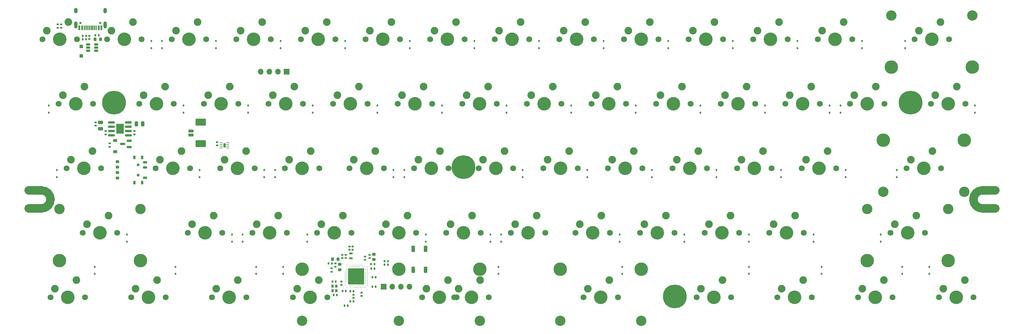
<source format=gbs>
G04 #@! TF.GenerationSoftware,KiCad,Pcbnew,7.0.5*
G04 #@! TF.CreationDate,2023-07-26T01:46:33+09:00*
G04 #@! TF.ProjectId,Hotp4ck60,486f7470-3463-46b3-9630-2e6b69636164,rev?*
G04 #@! TF.SameCoordinates,Original*
G04 #@! TF.FileFunction,Soldermask,Bot*
G04 #@! TF.FilePolarity,Negative*
%FSLAX46Y46*%
G04 Gerber Fmt 4.6, Leading zero omitted, Abs format (unit mm)*
G04 Created by KiCad (PCBNEW 7.0.5) date 2023-07-26 01:46:33*
%MOMM*%
%LPD*%
G01*
G04 APERTURE LIST*
G04 Aperture macros list*
%AMRoundRect*
0 Rectangle with rounded corners*
0 $1 Rounding radius*
0 $2 $3 $4 $5 $6 $7 $8 $9 X,Y pos of 4 corners*
0 Add a 4 corners polygon primitive as box body*
4,1,4,$2,$3,$4,$5,$6,$7,$8,$9,$2,$3,0*
0 Add four circle primitives for the rounded corners*
1,1,$1+$1,$2,$3*
1,1,$1+$1,$4,$5*
1,1,$1+$1,$6,$7*
1,1,$1+$1,$8,$9*
0 Add four rect primitives between the rounded corners*
20,1,$1+$1,$2,$3,$4,$5,0*
20,1,$1+$1,$4,$5,$6,$7,0*
20,1,$1+$1,$6,$7,$8,$9,0*
20,1,$1+$1,$8,$9,$2,$3,0*%
G04 Aperture macros list end*
%ADD10C,2.501900*%
%ADD11C,1.750000*%
%ADD12C,4.000000*%
%ADD13C,2.250000*%
%ADD14R,1.700000X1.700000*%
%ADD15O,1.700000X1.700000*%
%ADD16C,3.048000*%
%ADD17C,3.987800*%
%ADD18C,1.000000*%
%ADD19C,7.001300*%
%ADD20C,7.000240*%
%ADD21C,0.850000*%
%ADD22RoundRect,0.090000X0.535000X-0.210000X0.535000X0.210000X-0.535000X0.210000X-0.535000X-0.210000X0*%
%ADD23RoundRect,0.105000X-0.245000X-0.445000X0.245000X-0.445000X0.245000X0.445000X-0.245000X0.445000X0*%
%ADD24RoundRect,0.112500X0.112500X-0.187500X0.112500X0.187500X-0.112500X0.187500X-0.112500X-0.187500X0*%
%ADD25RoundRect,0.140000X-0.170000X0.140000X-0.170000X-0.140000X0.170000X-0.140000X0.170000X0.140000X0*%
%ADD26R,0.800000X0.900000*%
%ADD27RoundRect,0.112500X-0.112500X0.187500X-0.112500X-0.187500X0.112500X-0.187500X0.112500X0.187500X0*%
%ADD28RoundRect,0.140000X0.170000X-0.140000X0.170000X0.140000X-0.170000X0.140000X-0.170000X-0.140000X0*%
%ADD29RoundRect,0.275000X0.275000X-0.625000X0.275000X0.625000X-0.275000X0.625000X-0.275000X-0.625000X0*%
%ADD30RoundRect,0.135000X-0.185000X0.135000X-0.185000X-0.135000X0.185000X-0.135000X0.185000X0.135000X0*%
%ADD31C,0.250000*%
%ADD32R,4.850000X4.850000*%
%ADD33RoundRect,0.147500X-0.172500X0.147500X-0.172500X-0.147500X0.172500X-0.147500X0.172500X0.147500X0*%
%ADD34RoundRect,0.225000X0.375000X-0.225000X0.375000X0.225000X-0.375000X0.225000X-0.375000X-0.225000X0*%
%ADD35R,1.100000X0.600000*%
%ADD36RoundRect,0.135000X-0.135000X-0.185000X0.135000X-0.185000X0.135000X0.185000X-0.135000X0.185000X0*%
%ADD37RoundRect,0.140000X-0.140000X-0.170000X0.140000X-0.170000X0.140000X0.170000X-0.140000X0.170000X0*%
%ADD38RoundRect,0.147500X0.172500X-0.147500X0.172500X0.147500X-0.172500X0.147500X-0.172500X-0.147500X0*%
%ADD39RoundRect,0.135000X0.185000X-0.135000X0.185000X0.135000X-0.185000X0.135000X-0.185000X-0.135000X0*%
%ADD40RoundRect,0.147500X0.147500X0.172500X-0.147500X0.172500X-0.147500X-0.172500X0.147500X-0.172500X0*%
%ADD41RoundRect,0.225000X-0.250000X0.225000X-0.250000X-0.225000X0.250000X-0.225000X0.250000X0.225000X0*%
%ADD42RoundRect,0.140000X0.140000X0.170000X-0.140000X0.170000X-0.140000X-0.170000X0.140000X-0.170000X0*%
%ADD43RoundRect,0.218750X-0.256250X0.218750X-0.256250X-0.218750X0.256250X-0.218750X0.256250X0.218750X0*%
%ADD44RoundRect,0.150000X0.587500X0.150000X-0.587500X0.150000X-0.587500X-0.150000X0.587500X-0.150000X0*%
%ADD45RoundRect,0.218750X0.256250X-0.218750X0.256250X0.218750X-0.256250X0.218750X-0.256250X-0.218750X0*%
%ADD46RoundRect,0.200000X-0.600000X0.200000X-0.600000X-0.200000X0.600000X-0.200000X0.600000X0.200000X0*%
%ADD47RoundRect,0.250001X-1.249999X0.799999X-1.249999X-0.799999X1.249999X-0.799999X1.249999X0.799999X0*%
%ADD48RoundRect,0.062500X-0.325000X-0.062500X0.325000X-0.062500X0.325000X0.062500X-0.325000X0.062500X0*%
%ADD49R,0.700000X1.300000*%
%ADD50RoundRect,0.218750X0.218750X0.256250X-0.218750X0.256250X-0.218750X-0.256250X0.218750X-0.256250X0*%
%ADD51RoundRect,0.150000X-0.475000X-0.150000X0.475000X-0.150000X0.475000X0.150000X-0.475000X0.150000X0*%
%ADD52RoundRect,0.250000X-0.250000X-0.475000X0.250000X-0.475000X0.250000X0.475000X-0.250000X0.475000X0*%
%ADD53RoundRect,0.250000X-0.475000X0.250000X-0.475000X-0.250000X0.475000X-0.250000X0.475000X0.250000X0*%
%ADD54RoundRect,0.147500X-0.147500X-0.172500X0.147500X-0.172500X0.147500X0.172500X-0.147500X0.172500X0*%
%ADD55C,0.650000*%
%ADD56R,0.600000X1.450000*%
%ADD57R,0.300000X1.450000*%
%ADD58O,1.000000X1.600000*%
%ADD59O,1.000000X2.100000*%
%ADD60RoundRect,0.250000X-0.300000X0.300000X-0.300000X-0.300000X0.300000X-0.300000X0.300000X0.300000X0*%
%ADD61RoundRect,0.218750X-0.218750X-0.256250X0.218750X-0.256250X0.218750X0.256250X-0.218750X0.256250X0*%
%ADD62RoundRect,0.150000X-0.825000X-0.150000X0.825000X-0.150000X0.825000X0.150000X-0.825000X0.150000X0*%
%ADD63R,2.290000X3.000000*%
G04 APERTURE END LIST*
D10*
X71812500Y-141486550D02*
X75612500Y-141486550D01*
X71812500Y-146788450D02*
X75612500Y-146788450D01*
X353012500Y-141486550D02*
X356812500Y-141486550D01*
X353012500Y-146788450D02*
X356862500Y-146788450D01*
X78263450Y-144137500D02*
G75*
G03*
X75612500Y-141486550I-2650949J1D01*
G01*
X75612500Y-146788450D02*
G75*
G03*
X78263450Y-144137500I1J2650949D01*
G01*
X353012500Y-141486550D02*
G75*
G03*
X350361550Y-144137500I0J-2650950D01*
G01*
X350361550Y-144137500D02*
G75*
G03*
X353012500Y-146788450I2650950J0D01*
G01*
D11*
X325913750Y-153987500D03*
D12*
X330993750Y-153987500D03*
D11*
X336073750Y-153987500D03*
D13*
X327183750Y-151447500D03*
X333533750Y-148907500D03*
D11*
X125888750Y-173037500D03*
D12*
X130968750Y-173037500D03*
D11*
X136048750Y-173037500D03*
D13*
X127158750Y-170497500D03*
X133508750Y-167957500D03*
D11*
X94932500Y-96837500D03*
D12*
X100012500Y-96837500D03*
D11*
X105092500Y-96837500D03*
D13*
X96202500Y-94297500D03*
X102552500Y-91757500D03*
D11*
X133032500Y-96837500D03*
D12*
X138112500Y-96837500D03*
D11*
X143192500Y-96837500D03*
D13*
X134302500Y-94297500D03*
X140652500Y-91757500D03*
D11*
X268763750Y-173037500D03*
D12*
X273843750Y-173037500D03*
D11*
X278923750Y-173037500D03*
D13*
X270033750Y-170497500D03*
X276383750Y-167957500D03*
D14*
X147860000Y-106385000D03*
D15*
X145320000Y-106385000D03*
X142780000Y-106385000D03*
X140240000Y-106385000D03*
D11*
X204470000Y-134937500D03*
D12*
X209550000Y-134937500D03*
D11*
X214630000Y-134937500D03*
D13*
X205740000Y-132397500D03*
X212090000Y-129857500D03*
D11*
X271145000Y-153987500D03*
D12*
X276225000Y-153987500D03*
D11*
X281305000Y-153987500D03*
D13*
X272415000Y-151447500D03*
X278765000Y-148907500D03*
D16*
X204819250Y-180022500D03*
D17*
X204819250Y-164782500D03*
D16*
X180943250Y-180022500D03*
D17*
X180943250Y-164782500D03*
D11*
X194945000Y-153987500D03*
D12*
X200025000Y-153987500D03*
D11*
X205105000Y-153987500D03*
D13*
X196215000Y-151447500D03*
X202565000Y-148907500D03*
D11*
X330676250Y-134937500D03*
D12*
X335756250Y-134937500D03*
D11*
X340836250Y-134937500D03*
D13*
X331946250Y-132397500D03*
X338296250Y-129857500D03*
D11*
X228282500Y-96837500D03*
D12*
X233362500Y-96837500D03*
D11*
X238442500Y-96837500D03*
D13*
X229552500Y-94297500D03*
X235902500Y-91757500D03*
D11*
X156845000Y-153987500D03*
D12*
X161925000Y-153987500D03*
D11*
X167005000Y-153987500D03*
D13*
X158115000Y-151447500D03*
X164465000Y-148907500D03*
D11*
X166370000Y-134937500D03*
D12*
X171450000Y-134937500D03*
D11*
X176530000Y-134937500D03*
D13*
X167640000Y-132397500D03*
X173990000Y-129857500D03*
D11*
X113982500Y-96837500D03*
D12*
X119062500Y-96837500D03*
D11*
X124142500Y-96837500D03*
D13*
X115252500Y-94297500D03*
X121602500Y-91757500D03*
D14*
X176450000Y-169910000D03*
D15*
X178990000Y-169910000D03*
X181530000Y-169910000D03*
X184070000Y-169910000D03*
D16*
X347694250Y-141922500D03*
D17*
X347694250Y-126682500D03*
D16*
X323818250Y-141922500D03*
D17*
X323818250Y-126682500D03*
D18*
X73570465Y-141537500D03*
X73570465Y-146737500D03*
X75612500Y-141537500D03*
X75612500Y-146737500D03*
X77450978Y-142299022D03*
X77450978Y-145975978D03*
X78212500Y-144137500D03*
X94712500Y-115537500D03*
X95386154Y-113911154D03*
X95386154Y-117163846D03*
X97012500Y-113237500D03*
D19*
X97012500Y-115537500D03*
D18*
X97012500Y-117837500D03*
X98638846Y-113911154D03*
X98638846Y-117163846D03*
X99312500Y-115537500D03*
X198812500Y-132337500D03*
X198812500Y-136937500D03*
X200012500Y-132337500D03*
D20*
X200012500Y-134637500D03*
D18*
X200012500Y-136937500D03*
X201212500Y-132337500D03*
X201212500Y-136937500D03*
X261112500Y-170537500D03*
X261112500Y-175137500D03*
X262312500Y-170537500D03*
D20*
X262312500Y-172837500D03*
D18*
X262312500Y-175137500D03*
X263512500Y-170537500D03*
X263512500Y-175137500D03*
X330662500Y-113237500D03*
X330662500Y-117837500D03*
X331862500Y-113237500D03*
D20*
X331862500Y-115537500D03*
D18*
X331862500Y-117837500D03*
X333062500Y-113220500D03*
X333062500Y-117837500D03*
X350412500Y-144137500D03*
X351174022Y-142299022D03*
X351174022Y-145975978D03*
X353012500Y-141537500D03*
X353012500Y-146737500D03*
X355054535Y-141537500D03*
X355054535Y-146737500D03*
D11*
X314007500Y-115887500D03*
D12*
X319087500Y-115887500D03*
D11*
X324167500Y-115887500D03*
D13*
X315277500Y-113347500D03*
X321627500Y-110807500D03*
D11*
X147320000Y-134937500D03*
D12*
X152400000Y-134937500D03*
D11*
X157480000Y-134937500D03*
D13*
X148590000Y-132397500D03*
X154940000Y-129857500D03*
D11*
X237807500Y-115887500D03*
D12*
X242887500Y-115887500D03*
D11*
X247967500Y-115887500D03*
D13*
X239077500Y-113347500D03*
X245427500Y-110807500D03*
D11*
X137795000Y-153987500D03*
D12*
X142875000Y-153987500D03*
D11*
X147955000Y-153987500D03*
D13*
X139065000Y-151447500D03*
X145415000Y-148907500D03*
D11*
X161607500Y-115887500D03*
D12*
X166687500Y-115887500D03*
D11*
X171767500Y-115887500D03*
D13*
X162877500Y-113347500D03*
X169227500Y-110807500D03*
D11*
X185420000Y-134937500D03*
D12*
X190500000Y-134937500D03*
D11*
X195580000Y-134937500D03*
D13*
X186690000Y-132397500D03*
X193040000Y-129857500D03*
D16*
X252406250Y-180022500D03*
D17*
X252406250Y-164782500D03*
D16*
X152406250Y-180022500D03*
D17*
X152406250Y-164782500D03*
D11*
X316388750Y-173037500D03*
D12*
X321468750Y-173037500D03*
D11*
X326548750Y-173037500D03*
D13*
X317658750Y-170497500D03*
X324008750Y-167957500D03*
D11*
X123507500Y-115887500D03*
D12*
X128587500Y-115887500D03*
D11*
X133667500Y-115887500D03*
D13*
X124777500Y-113347500D03*
X131127500Y-110807500D03*
D11*
X190182500Y-96837500D03*
D12*
X195262500Y-96837500D03*
D11*
X200342500Y-96837500D03*
D13*
X191452500Y-94297500D03*
X197802500Y-91757500D03*
D11*
X152082500Y-96837500D03*
D12*
X157162500Y-96837500D03*
D11*
X162242500Y-96837500D03*
D13*
X153352500Y-94297500D03*
X159702500Y-91757500D03*
D11*
X275907500Y-115887500D03*
D12*
X280987500Y-115887500D03*
D11*
X286067500Y-115887500D03*
D13*
X277177500Y-113347500D03*
X283527500Y-110807500D03*
D11*
X149701250Y-173037500D03*
D12*
X154781250Y-173037500D03*
D11*
X159861250Y-173037500D03*
D13*
X150971250Y-170497500D03*
X157321250Y-167957500D03*
D11*
X299720000Y-134937500D03*
D12*
X304800000Y-134937500D03*
D11*
X309880000Y-134937500D03*
D13*
X300990000Y-132397500D03*
X307340000Y-129857500D03*
D11*
X175895000Y-153987500D03*
D12*
X180975000Y-153987500D03*
D11*
X186055000Y-153987500D03*
D13*
X177165000Y-151447500D03*
X183515000Y-148907500D03*
D16*
X252444250Y-180022500D03*
D17*
X252444250Y-164782500D03*
D16*
X228568250Y-180022500D03*
D17*
X228568250Y-164782500D03*
D11*
X118745000Y-153987500D03*
D12*
X123825000Y-153987500D03*
D11*
X128905000Y-153987500D03*
D13*
X120015000Y-151447500D03*
X126365000Y-148907500D03*
D16*
X319055750Y-147002500D03*
D17*
X319055750Y-162242500D03*
D16*
X342931750Y-147002500D03*
D17*
X342931750Y-162242500D03*
D11*
X252095000Y-153987500D03*
D12*
X257175000Y-153987500D03*
D11*
X262255000Y-153987500D03*
D13*
X253365000Y-151447500D03*
X259715000Y-148907500D03*
D11*
X233045000Y-153987500D03*
D12*
X238125000Y-153987500D03*
D11*
X243205000Y-153987500D03*
D13*
X234315000Y-151447500D03*
X240665000Y-148907500D03*
D11*
X333057500Y-96837500D03*
D12*
X338137500Y-96837500D03*
D11*
X343217500Y-96837500D03*
D13*
X334327500Y-94297500D03*
X340677500Y-91757500D03*
D11*
X213995000Y-153987500D03*
D12*
X219075000Y-153987500D03*
D11*
X224155000Y-153987500D03*
D13*
X215265000Y-151447500D03*
X221615000Y-148907500D03*
D11*
X180657500Y-115887500D03*
D12*
X185737500Y-115887500D03*
D11*
X190817500Y-115887500D03*
D13*
X181927500Y-113347500D03*
X188277500Y-110807500D03*
D11*
X128270000Y-134937500D03*
D12*
X133350000Y-134937500D03*
D11*
X138430000Y-134937500D03*
D13*
X129540000Y-132397500D03*
X135890000Y-129857500D03*
D11*
X104457500Y-115887500D03*
D12*
X109537500Y-115887500D03*
D11*
X114617500Y-115887500D03*
D13*
X105727500Y-113347500D03*
X112077500Y-110807500D03*
D11*
X102076250Y-173037500D03*
D12*
X107156250Y-173037500D03*
D11*
X112236250Y-173037500D03*
D13*
X103346250Y-170497500D03*
X109696250Y-167957500D03*
D11*
X109220000Y-134937500D03*
D12*
X114300000Y-134937500D03*
D11*
X119380000Y-134937500D03*
D13*
X110490000Y-132397500D03*
X116840000Y-129857500D03*
D11*
X83026250Y-134960000D03*
D12*
X88106250Y-134960000D03*
D11*
X93186250Y-134960000D03*
D13*
X84296250Y-132420000D03*
X90646250Y-129880000D03*
D11*
X209232500Y-96837500D03*
D12*
X214312500Y-96837500D03*
D11*
X219392500Y-96837500D03*
D13*
X210502500Y-94297500D03*
X216852500Y-91757500D03*
D11*
X142557500Y-115887500D03*
D12*
X147637500Y-115887500D03*
D11*
X152717500Y-115887500D03*
D13*
X143827500Y-113347500D03*
X150177500Y-110807500D03*
D11*
X294957500Y-115887500D03*
D12*
X300037500Y-115887500D03*
D11*
X305117500Y-115887500D03*
D13*
X296227500Y-113347500D03*
X302577500Y-110807500D03*
D16*
X326199500Y-89852500D03*
D17*
X326199500Y-105092500D03*
D16*
X350075500Y-89852500D03*
D17*
X350075500Y-105092500D03*
D11*
X337820000Y-115887500D03*
D12*
X342900000Y-115887500D03*
D11*
X347980000Y-115887500D03*
D13*
X339090000Y-113347500D03*
X345440000Y-110807500D03*
D11*
X80645000Y-115887500D03*
D12*
X85725000Y-115887500D03*
D11*
X90805000Y-115887500D03*
D13*
X81915000Y-113347500D03*
X88265000Y-110807500D03*
D11*
X199707500Y-115887500D03*
D12*
X204787500Y-115887500D03*
D11*
X209867500Y-115887500D03*
D13*
X200977500Y-113347500D03*
X207327500Y-110807500D03*
D11*
X197326250Y-173037500D03*
D12*
X202406250Y-173037500D03*
D11*
X207486250Y-173037500D03*
D13*
X198596250Y-170497500D03*
X204946250Y-167957500D03*
D11*
X340201250Y-173037500D03*
D12*
X345281250Y-173037500D03*
D11*
X350361250Y-173037500D03*
D13*
X341471250Y-170497500D03*
X347821250Y-167957500D03*
D11*
X285432500Y-96837500D03*
D12*
X290512500Y-96837500D03*
D11*
X295592500Y-96837500D03*
D13*
X286702500Y-94297500D03*
X293052500Y-91757500D03*
D11*
X171132500Y-96837500D03*
D12*
X176212500Y-96837500D03*
D11*
X181292500Y-96837500D03*
D13*
X172402500Y-94297500D03*
X178752500Y-91757500D03*
D11*
X242570000Y-134937500D03*
D12*
X247650000Y-134937500D03*
D11*
X252730000Y-134937500D03*
D13*
X243840000Y-132397500D03*
X250190000Y-129857500D03*
D11*
X235426250Y-173037500D03*
D12*
X240506250Y-173037500D03*
D11*
X245586250Y-173037500D03*
D13*
X236696250Y-170497500D03*
X243046250Y-167957500D03*
D16*
X80930750Y-147002500D03*
D17*
X80930750Y-162242500D03*
D16*
X104806750Y-147002500D03*
D17*
X104806750Y-162242500D03*
D11*
X218757500Y-115887500D03*
D12*
X223837500Y-115887500D03*
D11*
X228917500Y-115887500D03*
D13*
X220027500Y-113347500D03*
X226377500Y-110807500D03*
D11*
X187801250Y-173037500D03*
D12*
X192881250Y-173037500D03*
D11*
X197961250Y-173037500D03*
D13*
X189071250Y-170497500D03*
X195421250Y-167957500D03*
D11*
X223520000Y-134937500D03*
D12*
X228600000Y-134937500D03*
D11*
X233680000Y-134937500D03*
D13*
X224790000Y-132397500D03*
X231140000Y-129857500D03*
D11*
X78263750Y-173037500D03*
D12*
X83343750Y-173037500D03*
D11*
X88423750Y-173037500D03*
D13*
X79533750Y-170497500D03*
X85883750Y-167957500D03*
D11*
X290195000Y-153987500D03*
D12*
X295275000Y-153987500D03*
D11*
X300355000Y-153987500D03*
D13*
X291465000Y-151447500D03*
X297815000Y-148907500D03*
D11*
X247332500Y-96837500D03*
D12*
X252412500Y-96837500D03*
D11*
X257492500Y-96837500D03*
D13*
X248602500Y-94297500D03*
X254952500Y-91757500D03*
D11*
X280670000Y-134937500D03*
D12*
X285750000Y-134937500D03*
D11*
X290830000Y-134937500D03*
D13*
X281940000Y-132397500D03*
X288290000Y-129857500D03*
D11*
X256857500Y-115887500D03*
D12*
X261937500Y-115887500D03*
D11*
X267017500Y-115887500D03*
D13*
X258127500Y-113347500D03*
X264477500Y-110807500D03*
D11*
X304482500Y-96837500D03*
D12*
X309562500Y-96837500D03*
D11*
X314642500Y-96837500D03*
D13*
X305752500Y-94297500D03*
X312102500Y-91757500D03*
D11*
X261620000Y-134937500D03*
D12*
X266700000Y-134937500D03*
D11*
X271780000Y-134937500D03*
D13*
X262890000Y-132397500D03*
X269240000Y-129857500D03*
D11*
X87788750Y-153987500D03*
D12*
X92868750Y-153987500D03*
D11*
X97948750Y-153987500D03*
D13*
X89058750Y-151447500D03*
X95408750Y-148907500D03*
D11*
X75882500Y-96837500D03*
D12*
X80962500Y-96837500D03*
D11*
X86042500Y-96837500D03*
D13*
X77152500Y-94297500D03*
X83502500Y-91757500D03*
D11*
X292576250Y-173037500D03*
D12*
X297656250Y-173037500D03*
D11*
X302736250Y-173037500D03*
D13*
X293846250Y-170497500D03*
X300196250Y-167957500D03*
D11*
X266382500Y-96837500D03*
D12*
X271462500Y-96837500D03*
D11*
X276542500Y-96837500D03*
D13*
X267652500Y-94297500D03*
X274002500Y-91757500D03*
D21*
X104120000Y-133960000D03*
X104120000Y-136960000D03*
D22*
X106120000Y-137710000D03*
X106120000Y-134710000D03*
X106120000Y-133210000D03*
D23*
X105270000Y-131760000D03*
X102970000Y-131760000D03*
X105270000Y-139160000D03*
X102970000Y-139160000D03*
D24*
X317500000Y-99475000D03*
X317500000Y-97375000D03*
D25*
X164010000Y-168420000D03*
X164010000Y-169380000D03*
D24*
X211137500Y-156625000D03*
X211137500Y-154525000D03*
X141287500Y-137575000D03*
X141287500Y-135475000D03*
X265112500Y-156625000D03*
X265112500Y-154525000D03*
D26*
X161440000Y-171120000D03*
X161440000Y-169720000D03*
X162540000Y-169720000D03*
X162540000Y-171120000D03*
D27*
X210343750Y-164050000D03*
X210343750Y-166150000D03*
D28*
X165290000Y-161480000D03*
X165290000Y-160520000D03*
D24*
X312737500Y-137575000D03*
X312737500Y-135475000D03*
D29*
X188890000Y-164940000D03*
X188890000Y-158740000D03*
X185190000Y-164940000D03*
X185190000Y-158740000D03*
D24*
X131762500Y-156625000D03*
X131762500Y-154525000D03*
X231775000Y-118525000D03*
X231775000Y-116425000D03*
D30*
X80370000Y-92440000D03*
X80370000Y-93460000D03*
D27*
X146843750Y-164050000D03*
X146843750Y-166150000D03*
X329406250Y-164050000D03*
X329406250Y-166150000D03*
D28*
X167380000Y-159030000D03*
X167380000Y-158070000D03*
D31*
X165150000Y-165590000D03*
X165150000Y-166090000D03*
X165150000Y-166590000D03*
X165150000Y-167090000D03*
X165150000Y-167590000D03*
X165150000Y-168090000D03*
X165150000Y-168590000D03*
X165150000Y-169090000D03*
X165150000Y-169590000D03*
X170650000Y-170090000D03*
X170900000Y-164090000D03*
X171150000Y-164840000D03*
X171150000Y-165840000D03*
X171150000Y-166340000D03*
X171150000Y-166840000D03*
X171150000Y-167340000D03*
X171150000Y-167840000D03*
X171150000Y-168340000D03*
X171150000Y-168840000D03*
X171150000Y-170090000D03*
X171650000Y-164090000D03*
X171650000Y-164590000D03*
X171650000Y-165090000D03*
X171650000Y-165590000D03*
X171650000Y-166090000D03*
X171650000Y-166590000D03*
X171650000Y-167090000D03*
X171650000Y-167590000D03*
X171650000Y-168090000D03*
X171650000Y-168590000D03*
X171650000Y-169090000D03*
X171650000Y-169590000D03*
X165650000Y-163590000D03*
X165650000Y-164340000D03*
X165650000Y-164840000D03*
X165650000Y-165340000D03*
X165650000Y-165840000D03*
X165650000Y-166340000D03*
X165650000Y-166840000D03*
X165650000Y-167340000D03*
X165650000Y-167840000D03*
X165650000Y-168340000D03*
X165650000Y-170090000D03*
X166150000Y-163590000D03*
X166400000Y-164090000D03*
X166400000Y-169590000D03*
X166650000Y-170090000D03*
D32*
X168400000Y-166840000D03*
D31*
X166900000Y-164090000D03*
X166900000Y-169590000D03*
X167150000Y-163590000D03*
X167400000Y-164090000D03*
X167400000Y-169590000D03*
X167650000Y-163590000D03*
X167650000Y-170090000D03*
X167900000Y-164090000D03*
X168150000Y-163590000D03*
X168150000Y-170090000D03*
X168400000Y-164090000D03*
X168650000Y-163590000D03*
X168650000Y-170090000D03*
X168900000Y-164090000D03*
X168900000Y-169590000D03*
X169150000Y-163590000D03*
X169150000Y-170090000D03*
X169400000Y-164090000D03*
X169400000Y-169590000D03*
X169650000Y-163590000D03*
X169650000Y-170090000D03*
X169900000Y-169590000D03*
X170150000Y-163590000D03*
X170150000Y-170090000D03*
X170400000Y-164090000D03*
X170400000Y-169590000D03*
D33*
X89740000Y-95845000D03*
X89740000Y-96815000D03*
D24*
X146050000Y-99475000D03*
X146050000Y-97375000D03*
D34*
X97350000Y-130080000D03*
X97350000Y-126780000D03*
D24*
X288925000Y-118525000D03*
X288925000Y-116425000D03*
D27*
X337343750Y-164050000D03*
X337343750Y-166150000D03*
D35*
X166830000Y-161540000D03*
X166830000Y-160140000D03*
D25*
X169930000Y-171690000D03*
X169930000Y-172650000D03*
D24*
X236537500Y-137575000D03*
X236537500Y-135475000D03*
X153987500Y-156625000D03*
X153987500Y-154525000D03*
D30*
X81430000Y-92440000D03*
X81430000Y-93460000D03*
D24*
X184150000Y-99475000D03*
X184150000Y-97375000D03*
X174625000Y-118525000D03*
X174625000Y-116425000D03*
D36*
X87760000Y-95830000D03*
X88780000Y-95830000D03*
D24*
X311150000Y-118525000D03*
X311150000Y-116425000D03*
D28*
X166370000Y-159030000D03*
X166370000Y-158070000D03*
D37*
X173180000Y-167090000D03*
X174140000Y-167090000D03*
D24*
X293687500Y-137575000D03*
X293687500Y-135475000D03*
X327818750Y-137575000D03*
X327818750Y-135475000D03*
D38*
X167630000Y-173235000D03*
X167630000Y-172265000D03*
D24*
X155575000Y-118525000D03*
X155575000Y-116425000D03*
D27*
X246856250Y-164050000D03*
X246856250Y-166150000D03*
X115093750Y-164050000D03*
X115093750Y-166150000D03*
D28*
X127390000Y-128180000D03*
X127390000Y-127220000D03*
D37*
X172820000Y-164610000D03*
X173780000Y-164610000D03*
D24*
X307975000Y-118525000D03*
X307975000Y-116425000D03*
X193675000Y-118525000D03*
X193675000Y-116425000D03*
D37*
X164940000Y-175512364D03*
X165900000Y-175512364D03*
X172790000Y-163200000D03*
X173750000Y-163200000D03*
D30*
X94500000Y-123925000D03*
X94500000Y-124945000D03*
D24*
X100806250Y-156625000D03*
X100806250Y-154525000D03*
X323080000Y-156625000D03*
X323080000Y-154525000D03*
D39*
X103020000Y-124945000D03*
X103020000Y-123925000D03*
D28*
X164280000Y-161490000D03*
X164280000Y-160530000D03*
D40*
X92460000Y-95670000D03*
X91490000Y-95670000D03*
D24*
X222250000Y-99475000D03*
X222250000Y-97375000D03*
X179387500Y-137575000D03*
X179387500Y-135475000D03*
X260350000Y-99475000D03*
X260350000Y-97375000D03*
D27*
X91281250Y-164050000D03*
X91281250Y-166150000D03*
D30*
X95730000Y-127630000D03*
X95730000Y-128650000D03*
D41*
X163530000Y-163345000D03*
X163530000Y-164895000D03*
D24*
X241300000Y-99475000D03*
X241300000Y-97375000D03*
X77787500Y-118525000D03*
X77787500Y-116425000D03*
D42*
X162680000Y-172420000D03*
X161720000Y-172420000D03*
D43*
X97980000Y-133012500D03*
X97980000Y-134587500D03*
D44*
X101437500Y-126830000D03*
X101437500Y-128730000D03*
X99562500Y-127780000D03*
D24*
X284162500Y-156625000D03*
X284162500Y-154525000D03*
D45*
X173620000Y-161907500D03*
X173620000Y-160332500D03*
D24*
X298450000Y-99475000D03*
X298450000Y-97375000D03*
X274637500Y-137575000D03*
X274637500Y-135475000D03*
X212725000Y-118525000D03*
X212725000Y-116425000D03*
D37*
X87790000Y-96820000D03*
X88750000Y-96820000D03*
D24*
X188912500Y-156625000D03*
X188912500Y-154525000D03*
D46*
X119680000Y-123915000D03*
X119680000Y-125165000D03*
D47*
X122580000Y-121365000D03*
X122580000Y-127715000D03*
D36*
X176720000Y-162380000D03*
X177740000Y-162380000D03*
D24*
X350837500Y-118525000D03*
X350837500Y-116425000D03*
D25*
X162230000Y-163070000D03*
X162230000Y-164030000D03*
D37*
X166670000Y-174260000D03*
X167630000Y-174260000D03*
D24*
X203200000Y-99475000D03*
X203200000Y-97375000D03*
X246062500Y-156625000D03*
X246062500Y-154525000D03*
X217487500Y-137575000D03*
X217487500Y-135475000D03*
D48*
X128607500Y-128930000D03*
X128607500Y-128430000D03*
X128607500Y-127930000D03*
X128607500Y-127430000D03*
X130532500Y-127430000D03*
X130532500Y-127930000D03*
X130532500Y-128430000D03*
X130532500Y-128930000D03*
D49*
X129570000Y-128180000D03*
D37*
X166670000Y-171240000D03*
X167630000Y-171240000D03*
D28*
X170980000Y-162000000D03*
X170980000Y-161040000D03*
D25*
X91570000Y-121380000D03*
X91570000Y-122340000D03*
D28*
X172340000Y-161470000D03*
X172340000Y-160510000D03*
D24*
X111125000Y-99475000D03*
X111125000Y-97375000D03*
X165100000Y-99475000D03*
X165100000Y-97375000D03*
X134937500Y-156625000D03*
X134937500Y-154525000D03*
X269875000Y-118525000D03*
X269875000Y-116425000D03*
X117475000Y-118525000D03*
X117475000Y-116425000D03*
X136525000Y-118525000D03*
X136525000Y-116425000D03*
D27*
X305593750Y-164050000D03*
X305593750Y-166150000D03*
D24*
X80168750Y-137575000D03*
X80168750Y-135475000D03*
X250825000Y-118525000D03*
X250825000Y-116425000D03*
D50*
X162987500Y-161790000D03*
X161412500Y-161790000D03*
D51*
X89345000Y-100260000D03*
X89345000Y-99310000D03*
X89345000Y-98360000D03*
X91695000Y-98360000D03*
X91695000Y-99310000D03*
X91695000Y-100260000D03*
D43*
X97980000Y-136262500D03*
X97980000Y-137837500D03*
D52*
X103570000Y-121800000D03*
X105470000Y-121800000D03*
D39*
X161200000Y-165530000D03*
X161200000Y-164510000D03*
D24*
X279400000Y-99475000D03*
X279400000Y-97375000D03*
D53*
X93010000Y-121385000D03*
X93010000Y-123285000D03*
D54*
X160245000Y-163070000D03*
X161215000Y-163070000D03*
D55*
X87120000Y-92065000D03*
X92900000Y-92065000D03*
D56*
X86760000Y-93510000D03*
X87560000Y-93510000D03*
D57*
X88760000Y-93510000D03*
X89760000Y-93510000D03*
X90260000Y-93510000D03*
X91260000Y-93510000D03*
D56*
X92460000Y-93510000D03*
X93260000Y-93510000D03*
X93260000Y-93510000D03*
X92460000Y-93510000D03*
D57*
X91760000Y-93510000D03*
X90760000Y-93510000D03*
X89260000Y-93510000D03*
X88260000Y-93510000D03*
D56*
X87560000Y-93510000D03*
X86760000Y-93510000D03*
D58*
X85690000Y-88415000D03*
D59*
X85690000Y-92595000D03*
D58*
X94330000Y-88415000D03*
D59*
X94330000Y-92595000D03*
D27*
X138906250Y-164050000D03*
X138906250Y-166150000D03*
D60*
X87320000Y-98932500D03*
X87320000Y-101732500D03*
D36*
X176720000Y-163410000D03*
X177740000Y-163410000D03*
D24*
X107950000Y-99475000D03*
X107950000Y-97375000D03*
X207962500Y-156625000D03*
X207962500Y-154525000D03*
X255587500Y-137575000D03*
X255587500Y-135475000D03*
D42*
X165320000Y-171230000D03*
X164360000Y-171230000D03*
D24*
X182562500Y-137575000D03*
X182562500Y-135475000D03*
X303212500Y-156625000D03*
X303212500Y-154525000D03*
X122237500Y-137575000D03*
X122237500Y-135475000D03*
D61*
X91402500Y-96880000D03*
X92977500Y-96880000D03*
D37*
X173180000Y-169890000D03*
X174140000Y-169890000D03*
D62*
X96255000Y-125195000D03*
X96255000Y-123925000D03*
X96255000Y-122655000D03*
X96255000Y-121385000D03*
X101205000Y-121385000D03*
X101205000Y-122655000D03*
X101205000Y-123925000D03*
X101205000Y-125195000D03*
D63*
X98730000Y-123290000D03*
D27*
X284162500Y-164050000D03*
X284162500Y-166150000D03*
D24*
X330200000Y-99475000D03*
X330200000Y-97375000D03*
X144462500Y-137575000D03*
X144462500Y-135475000D03*
X127000000Y-99475000D03*
X127000000Y-97375000D03*
D42*
X162340000Y-168420000D03*
X161380000Y-168420000D03*
M02*

</source>
